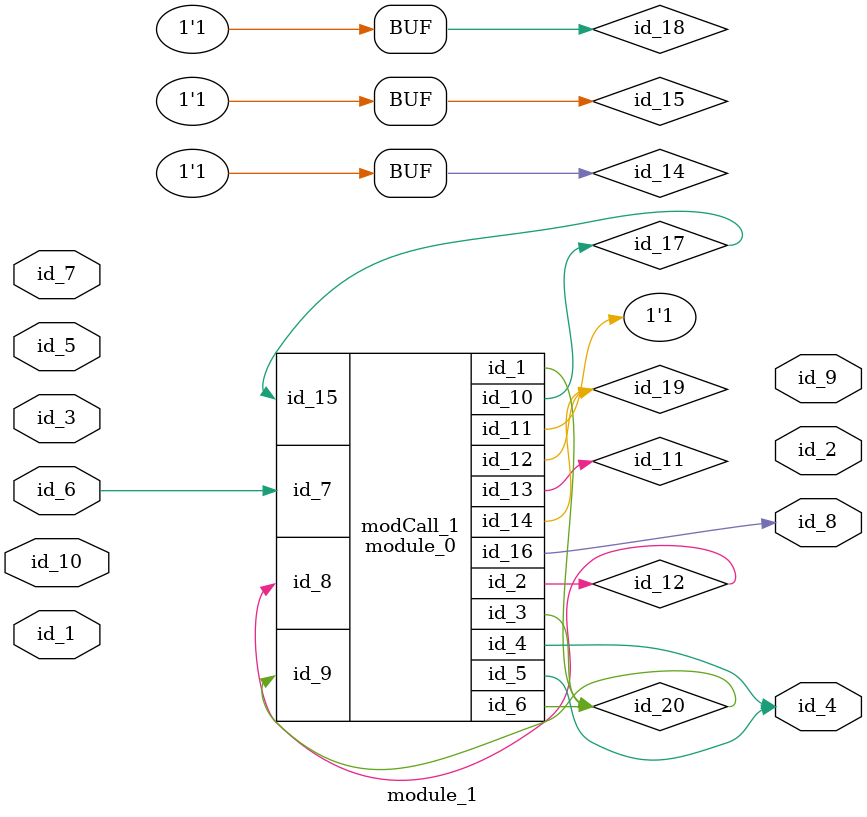
<source format=v>
module module_0 (
    id_1,
    id_2,
    id_3,
    id_4,
    id_5,
    id_6,
    id_7,
    id_8,
    id_9,
    id_10,
    id_11,
    id_12,
    id_13,
    id_14,
    id_15,
    id_16
);
  output wire id_16;
  input wire id_15;
  inout wire id_14;
  output wire id_13;
  inout wire id_12;
  output wire id_11;
  inout wire id_10;
  input wire id_9;
  input wire id_8;
  input wire id_7;
  inout wire id_6;
  output wire id_5;
  output wire id_4;
  inout wire id_3;
  inout wire id_2;
  output wire id_1;
  wire id_17;
  wire id_18;
  assign module_1.id_19 = 0;
  initial begin : LABEL_0$display
    ;
  end
endmodule
module module_1 (
    id_1,
    id_2,
    id_3,
    id_4,
    id_5,
    id_6,
    id_7,
    id_8,
    id_9,
    id_10
);
  input wire id_10;
  output wire id_9;
  output wire id_8;
  input wire id_7;
  input wire id_6;
  input wire id_5;
  output wire id_4;
  inout wire id_3;
  output wire id_2;
  input wire id_1;
  wire id_11;
  tri id_12, id_13, id_14 = 1, id_15 = 1, id_16, id_17, id_18 = 1, id_19, id_20;
  module_0 modCall_1 (
      id_20,
      id_12,
      id_20,
      id_4,
      id_4,
      id_20,
      id_6,
      id_12,
      id_20,
      id_17,
      id_15,
      id_19,
      id_11,
      id_19,
      id_17,
      id_8
  );
endmodule

</source>
